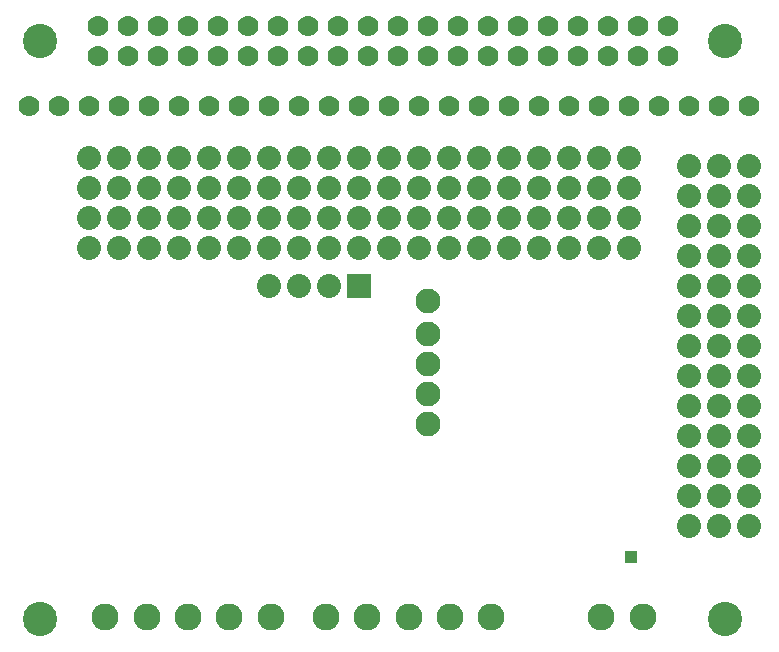
<source format=gbr>
G04 EAGLE Gerber RS-274X export*
G75*
%MOMM*%
%FSLAX34Y34*%
%LPD*%
%INSoldermask Bottom*%
%IPPOS*%
%AMOC8*
5,1,8,0,0,1.08239X$1,22.5*%
G01*
%ADD10C,2.901600*%
%ADD11C,1.778000*%
%ADD12C,2.286000*%
%ADD13C,2.101600*%
%ADD14R,2.032000X2.032000*%
%ADD15C,2.032000*%
%ADD16R,1.108000X1.108000*%


D10*
X35000Y22300D03*
X35000Y512300D03*
X615000Y512300D03*
X615000Y22300D03*
D11*
X83700Y499600D03*
X83700Y525000D03*
X109100Y499600D03*
X109100Y525000D03*
X134500Y499600D03*
X134500Y525000D03*
X159900Y499600D03*
X159900Y525000D03*
X185300Y499600D03*
X185300Y525000D03*
X210700Y499600D03*
X210700Y525000D03*
X236100Y499600D03*
X236100Y525000D03*
X261500Y499600D03*
X261500Y525000D03*
X286900Y499600D03*
X286900Y525000D03*
X312300Y499600D03*
X312300Y525000D03*
X337700Y499600D03*
X337700Y525000D03*
X363100Y499600D03*
X363100Y525000D03*
X388500Y499600D03*
X388500Y525000D03*
X413900Y499600D03*
X413900Y525000D03*
X439300Y499600D03*
X439300Y525000D03*
X464700Y499600D03*
X464700Y525000D03*
X490100Y499600D03*
X490100Y525000D03*
X515500Y499600D03*
X515500Y525000D03*
X540900Y499600D03*
X540900Y525000D03*
X566300Y499600D03*
X566300Y525000D03*
X25400Y457200D03*
X50800Y457200D03*
X76200Y457200D03*
X101600Y457200D03*
X127000Y457200D03*
X152400Y457200D03*
X177800Y457200D03*
X203200Y457200D03*
X228600Y457200D03*
X254000Y457200D03*
X279400Y457200D03*
X304800Y457200D03*
X330200Y457200D03*
X355600Y457200D03*
X381000Y457200D03*
X406400Y457200D03*
X431800Y457200D03*
X457200Y457200D03*
X482600Y457200D03*
X508000Y457200D03*
X533400Y457200D03*
X558800Y457200D03*
X584200Y457200D03*
X609600Y457200D03*
X635000Y457200D03*
D12*
X160020Y24130D03*
X125020Y24130D03*
X195020Y24130D03*
X230020Y24130D03*
X90020Y24130D03*
X545050Y24130D03*
X510050Y24130D03*
D13*
X363220Y292100D03*
X363220Y264160D03*
X363220Y238760D03*
X363220Y213360D03*
X363220Y187960D03*
D14*
X304800Y304800D03*
D15*
X279400Y304800D03*
X254000Y304800D03*
X228600Y304800D03*
D12*
X346710Y24130D03*
X311710Y24130D03*
X381710Y24130D03*
X416710Y24130D03*
X276710Y24130D03*
D15*
X584200Y406400D03*
X584200Y381000D03*
X584200Y355600D03*
X584200Y330200D03*
X584200Y279400D03*
X584200Y304800D03*
X584200Y254000D03*
X584200Y228600D03*
X584200Y203200D03*
X584200Y177800D03*
X584200Y152400D03*
X584200Y127000D03*
X584200Y101600D03*
X609600Y101600D03*
X609600Y127000D03*
X609600Y152400D03*
X609600Y177800D03*
X609600Y203200D03*
X609600Y228600D03*
X609600Y254000D03*
X609600Y279400D03*
X609600Y304800D03*
X609600Y330200D03*
X609600Y355600D03*
X609600Y381000D03*
X609600Y406400D03*
X635000Y101600D03*
X635000Y127000D03*
X635000Y152400D03*
X635000Y177800D03*
X635000Y203200D03*
X635000Y228600D03*
X635000Y254000D03*
X635000Y279400D03*
X635000Y304800D03*
X635000Y330200D03*
X635000Y355600D03*
X635000Y381000D03*
X635000Y406400D03*
D16*
X534670Y74930D03*
D15*
X533400Y412750D03*
X533400Y387350D03*
X533400Y361950D03*
X533400Y336550D03*
X508000Y412750D03*
X508000Y387350D03*
X508000Y361950D03*
X508000Y336550D03*
X482600Y336550D03*
X482600Y361950D03*
X482600Y387350D03*
X482600Y412750D03*
X457200Y412750D03*
X457200Y387350D03*
X457200Y361950D03*
X457200Y336550D03*
X431800Y336550D03*
X431800Y361950D03*
X431800Y387350D03*
X431800Y412750D03*
X406400Y412750D03*
X406400Y387350D03*
X406400Y361950D03*
X406400Y336550D03*
X381000Y336550D03*
X381000Y361950D03*
X381000Y387350D03*
X381000Y412750D03*
X355600Y412750D03*
X355600Y387350D03*
X355600Y361950D03*
X355600Y336550D03*
X330200Y336550D03*
X330200Y361950D03*
X330200Y387350D03*
X330200Y412750D03*
X304800Y412750D03*
X304800Y387350D03*
X304800Y361950D03*
X304800Y336550D03*
X279400Y336550D03*
X279400Y361950D03*
X279400Y387350D03*
X279400Y412750D03*
X254000Y412750D03*
X254000Y387350D03*
X254000Y361950D03*
X254000Y336550D03*
X228600Y336550D03*
X228600Y361950D03*
X228600Y387350D03*
X228600Y412750D03*
X203200Y412750D03*
X203200Y387350D03*
X203200Y361950D03*
X203200Y336550D03*
X177800Y336550D03*
X177800Y361950D03*
X177800Y387350D03*
X177800Y412750D03*
X152400Y412750D03*
X152400Y387350D03*
X152400Y361950D03*
X152400Y336550D03*
X127000Y336550D03*
X127000Y361950D03*
X127000Y387350D03*
X127000Y412750D03*
X101600Y412750D03*
X101600Y387350D03*
X101600Y361950D03*
X101600Y336550D03*
X76200Y336550D03*
X76200Y361950D03*
X76200Y387350D03*
X76200Y412750D03*
M02*

</source>
